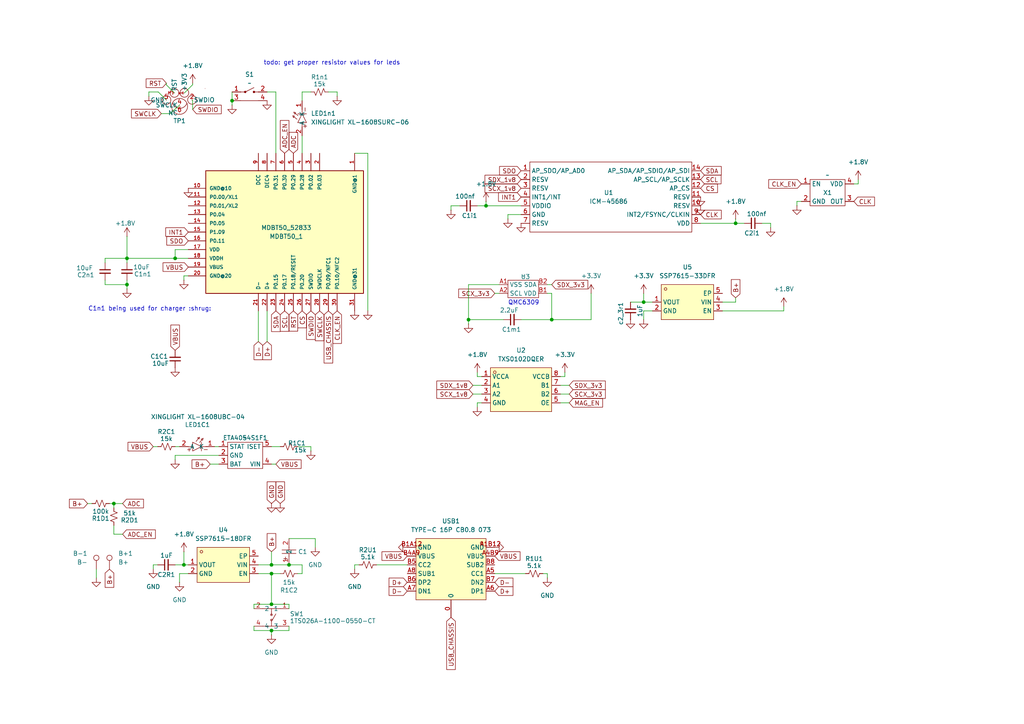
<source format=kicad_sch>
(kicad_sch (version 20231120) (generator "eeschema") (generator_version "8.0")
  (paper "A4")
  (title_block (title "MP.S.5.0") (date "2025-06-07") (rev "0") (company "Macroplastics"))
  (lib_symbols
    (symbol "Battery_management_custom_2:ETA4054S2F"
      (property "Reference" "U" (at 0 12.7 0))
      (symbol "ETA4054S2F_0_1"
        (rectangle (start -5.08 3.81) (end 5.08 -3.81))
      )
      (symbol "ETA4054S2F_1_1"
        (pin input line (at -7.62 2.54 0) (length 2.54) (name "STAT") (number "1"))
        (pin input line (at -7.62 0 0) (length 2.54) (name "GND") (number "2"))
        (pin input line (at -7.62 -2.54 0) (length 2.54) (name "BAT") (number "3"))
        (pin input line (at 7.62 -2.54 180) (length 2.54) (name "VIN") (number "4"))
        (pin input line (at 7.62 2.54 180) (length 2.54) (name "ISET") (number "5"))
      )
    )
    (symbol "Connector:TestPoint" (pin_numbers hide) (pin_names (offset 0.762) hide)
      (property "Reference" "TP" (at 0 6.858 0))
      (property "Value" "TestPoint" (at 0 5.08 0))
      (symbol "TestPoint_0_1"
        (circle (center 0 3.302) (radius 0.762))
      )
      (symbol "TestPoint_1_1"
        (pin passive line (at 0 0 90) (length 2.54) (name "1") (number "1"))
      )
    )
    (symbol "Device:C_Small" (pin_numbers hide) (pin_names (offset 0.254) hide)
      (property "Reference" "C" (at 0.254 1.778 0))
      (property "Value" "C_Small" (at 0.254 -2.032 0))
      (symbol "C_Small_0_1"
        (polyline (pts (xy -1.524 -0.508) (xy 1.524 -0.508)) (stroke (width 0.3302)))
        (polyline (pts (xy -1.524 0.508) (xy 1.524 0.508)) (stroke (width 0.3048)))
      )
      (symbol "C_Small_1_1"
        (pin passive line (at 0 2.54 270) (length 2.032) (name "~") (number "1"))
        (pin passive line (at 0 -2.54 90) (length 2.032) (name "~") (number "2"))
      )
    )
    (symbol "Device:R_Small_US" (pin_numbers hide) (pin_names (offset 0.254) hide)
      (property "Reference" "R" (at 0.762 0.508 0))
      (property "Value" "R_Small_US" (at 0.762 -1.016 0))
      (symbol "R_Small_US_1_1"
        (polyline (pts (xy 0 0) (xy 1.016 -0.381) (xy 0 -0.762) (xy -1.016 -1.143) (xy 0 -1.524)))
        (polyline (pts (xy 0 1.524) (xy 1.016 1.143) (xy 0 0.762) (xy -1.016 0.381) (xy 0 0)))
        (pin passive line (at 0 2.54 270) (length 1.016) (name "~") (number "1"))
        (pin passive line (at 0 -2.54 90) (length 1.016) (name "~") (number "2"))
      )
    )
    (symbol "LED_custom2:XINGLIGHT_XL-1608UBC-04"
      (property "Reference" "BAR" (at 0 4.572 0))
      (symbol "XINGLIGHT_XL-1608UBC-04_0_1"
        (polyline (pts (xy -2.54 0) (xy -1.27 0)))
        (polyline (pts (xy 2.54 0) (xy 1.27 0)))
        (polyline (pts (xy 1.27 1.27) (xy 1.27 -1.27) (xy 1.27 0)))
        (polyline (pts (xy -1.27 1.27) (xy -1.27 -1.27) (xy 1.27 0) (xy -1.27 1.27)))
        (polyline (pts (xy -0.2872 1.495) (xy 0.4103 2.3795) (xy 0.1487 2.529) (xy 0.7342 2.7283) (xy 0.647 2.23) (xy 0.3979 2.392)))
        (polyline (pts (xy 0.7467 1.1835) (xy 1.3945 1.9684) (xy 1.1827 2.1303) (xy 1.7807 2.4418) (xy 1.6188 1.8562) (xy 1.4195 1.9808)))
      )
      (symbol "XINGLIGHT_XL-1608UBC-04_1_1"
        (text "+\n" (at -2.286 -0.762 0) (effects (font (size 1.27 1.27))))
        (text "-" (at 2.54 -0.762 0) (effects (font (size 1.27 1.27))))
        (pin input line (at 5.08 0 180) (length 2.54) (name "K") (number "1"))
        (pin input line (at -5.08 0 0) (length 2.54) (name "A") (number "2"))
      )
    )
    (symbol "MDBT50_52833:MDBT50_52833" (pin_names (offset 1.016))
      (property "Reference" "MDBT50_52833" (at -17.78 24.13 0))
      (property "Value" "MDBT50_52833" (at 15.24 -25.4 0))
      (symbol "MDBT50_52833_0_0"
        (rectangle (start -17.78 -22.86) (end 17.78 22.86) (stroke (width 0.254)) (fill (type background)))
        (pin bidirectional line (at -22.86 20.32 0) (length 5.08) (name "GND@1") (number "1"))
        (pin bidirectional line (at -12.7 -27.94 90) (length 5.08) (name "GND@10") (number "10"))
        (pin bidirectional line (at -10.16 -27.94 90) (length 5.08) (name "P0.00/XL1") (number "11"))
        (pin bidirectional line (at -7.62 -27.94 90) (length 5.08) (name "P0.01/XL2") (number "12"))
        (pin bidirectional line (at -5.08 -27.94 90) (length 5.08) (name "P0.04") (number "13"))
        (pin bidirectional line (at -2.54 -27.94 90) (length 5.08) (name "P0.05") (number "14"))
        (pin bidirectional line (at 0 -27.94 90) (length 5.08) (name "P1.09") (number "15"))
        (pin bidirectional line (at 2.54 -27.94 90) (length 5.08) (name "P0.11") (number "16"))
        (pin bidirectional line (at 5.08 -27.94 90) (length 5.08) (name "VDD") (number "17"))
        (pin bidirectional line (at 7.62 -27.94 90) (length 5.08) (name "VDDH") (number "18"))
        (pin bidirectional line (at 10.16 -27.94 90) (length 5.08) (name "VBUS") (number "19"))
        (pin bidirectional line (at -22.86 10.16 0) (length 5.08) (name "P0.03") (number "2"))
        (pin bidirectional line (at 12.7 -27.94 90) (length 5.08) (name "GND@20") (number "20"))
        (pin bidirectional line (at 22.86 -7.62 180) (length 5.08) (name "D-") (number "21"))
        (pin bidirectional line (at 22.86 -5.08 180) (length 5.08) (name "D+") (number "22"))
        (pin bidirectional line (at 22.86 -2.54 180) (length 5.08) (name "P0.15") (number "23"))
        (pin bidirectional line (at 22.86 0 180) (length 5.08) (name "P0.17") (number "24"))
        (pin bidirectional line (at 22.86 2.54 180) (length 5.08) (name "P0.18/RESET") (number "25"))
        (pin bidirectional line (at 22.86 5.08 180) (length 5.08) (name "P0.20") (number "26"))
        (pin bidirectional line (at 22.86 7.62 180) (length 5.08) (name "SWDIO") (number "27"))
        (pin bidirectional line (at 22.86 10.16 180) (length 5.08) (name "SWDCLK") (number "28"))
        (pin bidirectional line (at 22.86 12.7 180) (length 5.08) (name "P0.09/NFC1") (number "29"))
        (pin bidirectional line (at -22.86 7.62 0) (length 5.08) (name "P0.02") (number "3"))
        (pin bidirectional line (at 22.86 15.24 180) (length 5.08) (name "P0.10/NFC2") (number "30"))
        (pin bidirectional line (at 22.86 20.32 180) (length 5.08) (name "GND@31") (number "31"))
        (pin bidirectional line (at -22.86 5.08 0) (length 5.08) (name "P0.28") (number "4"))
        (pin bidirectional line (at -22.86 2.54 0) (length 5.08) (name "P0.29") (number "5"))
        (pin bidirectional line (at -22.86 0 0) (length 5.08) (name "P0.30") (number "6"))
        (pin bidirectional line (at -22.86 -2.54 0) (length 5.08) (name "P0.31") (number "7"))
        (pin bidirectional line (at -22.86 -5.08 0) (length 5.08) (name "DEC4") (number "8"))
        (pin bidirectional line (at -22.86 -7.62 0) (length 5.08) (name "DCC") (number "9"))
      )
    )
    (symbol "PawConnect:PawConnect-RevA"
      (property "Reference" "U" (at 0 -4.064 0))
      (symbol "PawConnect-RevA_0_1"
        (circle (center -3.7886 1.4783) (radius 1.27))
        (arc (start -2.0182 0.6015) (mid 0.0165 -0.944) (end 2.1126 0.5172))
        (circle (center -1.4796 3.5348) (radius 1.27))
        (circle (center 0.0219 -0.3763) (radius 2.3107))
        (circle (center 1.4045 3.5521) (radius 1.27))
        (circle (center 3.6301 1.5288) (radius 1.27))
        (arc (start 7.4104 4.8048) (mid 7.4104 4.8048) (end 7.4104 4.8048))
      )
      (symbol "PawConnect-RevA_1_1"
        (pin input line (at 1.4204 3.5293 90) (length 0) (name "+3V3") (number "1"))
        (pin input line (at 3.6291 1.4892 0) (length 0) (name "SWDIO") (number "2"))
        (pin input line (at -1.4796 3.5348 90) (length 0) (name "RST") (number "3"))
        (pin input line (at 0.0041 0.0054 180) (length 0) (name "SWCLK") (number "4"))
        (pin input line (at -3.8223 1.4614 180) (length 0) (name "GND") (number "5"))
        (pin input line (at 0.0041 -2.2707 180) (length 0) (name "NC") (number "6"))
      )
    )
    (symbol "button_custom:GT-TC020B-H035-L05"
      (property "Reference" "S" (at 0 0 0))
      (symbol "GT-TC020B-H035-L05_0_1"
        (polyline (pts (xy -2.54 -1.27) (xy 2.54 -1.27)))
        (polyline (pts (xy -2.54 1.27) (xy -2.54 1.27)))
        (polyline (pts (xy -2.54 1.27) (xy -1.27 1.27)))
        (polyline (pts (xy -1.27 1.27) (xy 1.27 2.54)))
        (polyline (pts (xy 2.54 1.27) (xy 1.27 1.27)))
      )
      (symbol "GT-TC020B-H035-L05_1_1"
        (circle (center -1.27 1.27) (radius 0.2563) (fill (type outline)))
        (circle (center 1.27 1.27) (radius 0.2563) (fill (type outline)))
        (pin bidirectional line (at -5.08 1.27 0) (length 2.54) (name "") (number "1"))
        (pin bidirectional line (at 5.08 1.27 180) (length 2.54) (name "") (number "2"))
        (pin passive line (at -5.08 -1.27 0) (length 2.54) (name "") (number "3"))
        (pin passive line (at 5.08 -1.27 180) (length 2.54) (name "") (number "4"))
      )
    )
    (symbol "easyeda2kicad:1TS026A-1100-0550-CT"
      (property "Reference" "SW" (at 0 7.62 0))
      (property "Value" "1TS026A-1100-0550-CT" (at 0 -7.62 0))
      (symbol "1TS026A-1100-0550-CT_0_1"
        (circle (center 0 -0.76) (radius 0.25))
        (polyline (pts (xy 0 -2.54) (xy 0 -0.76)))
        (polyline (pts (xy 0 1.52) (xy 0 0.76)))
        (polyline (pts (xy 0 2.54) (xy 0 1.52)))
        (polyline (pts (xy 1.27 1.02) (xy 0.25 -0.76)))
        (polyline (pts (xy 2.54 -2.54) (xy -2.54 -2.54)))
        (polyline (pts (xy 2.54 2.54) (xy -2.54 2.54)))
        (circle (center 0 0.76) (radius 0.25))
        (pin unspecified line (at 5.08 2.54 180) (length 2.54) (name "1") (number "1"))
        (pin unspecified line (at -5.08 2.54 0) (length 2.54) (name "2") (number "2"))
        (pin unspecified line (at 5.08 -2.54 180) (length 2.54) (name "3") (number "3"))
        (pin unspecified line (at -5.08 -2.54 0) (length 2.54) (name "4") (number "4"))
      )
    )
    (symbol "easyeda2kicad:SSP7615-18DFR"
      (property "Reference" "U" (at 0 7.62 0))
      (property "Value" "SSP7615-18DFR" (at 0 -7.62 0))
      (symbol "SSP7615-18DFR_0_1"
        (rectangle (start -7.62 5.08) (end 7.62 -5.08) (fill (type background)))
        (circle (center -6.35 3.81) (radius 0.38))
        (pin unspecified line (at -10.16 0 0) (length 2.54) (name "VOUT") (number "1"))
        (pin unspecified line (at -10.16 -2.54 0) (length 2.54) (name "GND") (number "2"))
        (pin unspecified line (at 10.16 -2.54 180) (length 2.54) (name "EN") (number "3"))
        (pin unspecified line (at 10.16 0 180) (length 2.54) (name "VIN") (number "4"))
        (pin unspecified line (at 10.16 2.54 180) (length 2.54) (name "EP") (number "5"))
      )
    )
    (symbol "easyeda2kicad:SSP7615-33DFR"
      (property "Reference" "U" (at 0 7.62 0))
      (property "Value" "SSP7615-33DFR" (at 0 -7.62 0))
      (symbol "SSP7615-33DFR_0_1"
        (rectangle (start -7.62 5.08) (end 7.62 -5.08) (fill (type background)))
        (circle (center -6.35 3.81) (radius 0.38))
        (pin unspecified line (at -10.16 0 0) (length 2.54) (name "VOUT") (number "1"))
        (pin unspecified line (at -10.16 -2.54 0) (length 2.54) (name "GND") (number "2"))
        (pin unspecified line (at 10.16 -2.54 180) (length 2.54) (name "EN") (number "3"))
        (pin unspecified line (at 10.16 0 180) (length 2.54) (name "VIN") (number "4"))
        (pin unspecified line (at 10.16 2.54 180) (length 2.54) (name "EP") (number "5"))
      )
    )
    (symbol "easyeda2kicad:TAJA105K016RNJ"
      (property "Reference" "C" (at 0 5.08 0))
      (property "Value" "TAJA105K016RNJ" (at 0 -5.08 0))
      (symbol "TAJA105K016RNJ_0_1"
        (polyline (pts (xy -2.54 1.02) (xy -1.52 1.02)))
        (polyline (pts (xy -2.03 1.52) (xy -2.03 0.51)))
        (polyline (pts (xy -1.27 0) (xy -0.51 0)))
        (polyline (pts (xy -0.51 2.03) (xy -0.51 -2.03)))
        (polyline (pts (xy 0.51 0) (xy 1.27 0)))
        (polyline (pts (xy 0.51 2.03) (xy 0.51 -2.03)))
        (pin input line (at -3.81 0 0) (length 2.54) (name "1") (number "1"))
        (pin input line (at 3.81 0 180) (length 2.54) (name "2") (number "2"))
      )
    )
    (symbol "easyeda2kicad:TXS0102DQER"
      (property "Reference" "U" (at 0 8.89 0))
      (property "Value" "TXS0102DQER" (at 0 -8.89 0))
      (symbol "TXS0102DQER_0_1"
        (rectangle (start -8.89 6.35) (end 8.89 -6.35) (fill (type background)))
        (circle (center -7.62 5.08) (radius 0.38))
        (pin unspecified line (at -11.43 3.81 0) (length 2.54) (name "VCCA") (number "1"))
        (pin unspecified line (at -11.43 1.27 0) (length 2.54) (name "A1") (number "2"))
        (pin unspecified line (at -11.43 -1.27 0) (length 2.54) (name "A2") (number "3"))
        (pin unspecified line (at -11.43 -3.81 0) (length 2.54) (name "GND") (number "4"))
        (pin unspecified line (at 11.43 -3.81 180) (length 2.54) (name "OE") (number "5"))
        (pin unspecified line (at 11.43 -1.27 180) (length 2.54) (name "B2") (number "6"))
        (pin unspecified line (at 11.43 1.27 180) (length 2.54) (name "B1") (number "7"))
        (pin unspecified line (at 11.43 3.81 180) (length 2.54) (name "VCCB") (number "8"))
      )
    )
    (symbol "easyeda2kicad:TYPE-C16PCB0.8073"
      (property "Reference" "USB" (at 0 11.43 0))
      (property "Value" "TYPE-C 16P CB0.8 073" (at 0 -19.05 0))
      (symbol "TYPE-C16PCB0.8073_0_1"
        (rectangle (start -10.16 8.89) (end 10.16 -8.89) (fill (type background)))
        (circle (center -8.89 7.62) (radius 0.38))
        (pin unspecified line (at 0 -13.97 90) (length 5.08) (name "0") (number "0"))
        (pin unspecified line (at -12.7 6.35 0) (length 2.54) (name "GND") (number "A1B12"))
        (pin unspecified line (at -12.7 3.81 0) (length 2.54) (name "VBUS") (number "A4B9"))
        (pin unspecified line (at -12.7 -1.27 0) (length 2.54) (name "CC1") (number "A5"))
        (pin unspecified line (at -12.7 -6.35 0) (length 2.54) (name "DP1") (number "A6"))
        (pin unspecified line (at 12.7 -6.35 180) (length 2.54) (name "DN1") (number "A7"))
        (pin unspecified line (at 12.7 -1.27 180) (length 2.54) (name "SUB1") (number "A8"))
        (pin unspecified line (at 12.7 6.35 180) (length 2.54) (name "GND") (number "B1A12"))
        (pin unspecified line (at 12.7 3.81 180) (length 2.54) (name "VBUS") (number "B4A9"))
        (pin unspecified line (at 12.7 1.27 180) (length 2.54) (name "CC2") (number "B5"))
        (pin unspecified line (at 12.7 -3.81 180) (length 2.54) (name "DP2") (number "B6"))
        (pin unspecified line (at -12.7 -3.81 0) (length 2.54) (name "DN2") (number "B7"))
        (pin unspecified line (at -12.7 1.27 0) (length 2.54) (name "SUB2") (number "B8"))
      )
    )
    (symbol "imu_custom:ICM-42688-P"
      (property "Reference" "U" (at 0 1.016 0))
      (property "Value" "ICM-42688-P" (at 0 -1.016 0))
      (symbol "ICM-42688-P_0_1"
        (rectangle (start -22.86 10.16) (end 24.13 -10.16))
      )
      (symbol "ICM-42688-P_1_1"
        (pin input line (at -25.4 7.62 0) (length 2.54) (name "AP_SDO/AP_AD0") (number "1"))
        (pin input line (at 26.67 -2.54 180) (length 2.54) (name "RESV") (number "10"))
        (pin input line (at 26.67 0 180) (length 2.54) (name "RESV") (number "11"))
        (pin input line (at 26.67 2.54 180) (length 2.54) (name "AP_CS") (number "12"))
        (pin input line (at 26.67 5.08 180) (length 2.54) (name "AP_SCL/AP_SCLK") (number "13"))
        (pin input line (at 26.67 7.62 180) (length 2.54) (name "AP_SDA/AP_SDIO/AP_SDI") (number "14"))
        (pin input line (at -25.4 5.08 0) (length 2.54) (name "RESV") (number "2"))
        (pin input line (at -25.4 2.54 0) (length 2.54) (name "RESV") (number "3"))
        (pin input line (at -25.4 0 0) (length 2.54) (name "INT1/INT") (number "4"))
        (pin input line (at -25.4 -2.54 0) (length 2.54) (name "VDDIO") (number "5"))
        (pin input line (at -25.4 -5.08 0) (length 2.54) (name "GND") (number "6"))
        (pin input line (at -25.4 -7.62 0) (length 2.54) (name "RESV") (number "7"))
        (pin input line (at 26.67 -7.62 180) (length 2.54) (name "VDD") (number "8"))
        (pin input line (at 26.67 -5.08 180) (length 2.54) (name "INT2/FSYNC/CLKIN") (number "9"))
      )
    )
    (symbol "mag_custom:QMC6309"
      (property "Reference" "U" (at 0 5.08 0))
      (symbol "QMC6309_0_1"
        (rectangle (start -5.08 3.81) (end 3.81 -1.27))
      )
      (symbol "QMC6309_1_1"
        (pin input line (at -7.62 2.54 0) (length 2.54) (name "VSS") (number "A1"))
        (pin input line (at -7.62 0 0) (length 2.54) (name "SCL") (number "A2"))
        (pin input line (at 6.35 0 180) (length 2.54) (name "VDD") (number "B1"))
        (pin input line (at 6.35 2.54 180) (length 2.54) (name "SDA") (number "B2"))
      )
    )
    (symbol "oscillator_custom:SX2M32.768KM20F30TNN"
      (property "Reference" "X" (at 0 0 0))
      (symbol "SX2M32.768KM20F30TNN_0_1"
        (rectangle (start -5.08 3.81) (end 5.08 -3.81))
      )
      (symbol "SX2M32.768KM20F30TNN_1_1"
        (pin input line (at -7.62 2.54 0) (length 2.54) (name "EN") (number "1"))
        (pin input line (at -7.62 -2.54 0) (length 2.54) (name "GND") (number "2"))
        (pin input line (at 7.62 -2.54 180) (length 2.54) (name "OUT") (number "3"))
        (pin input line (at 7.62 2.54 180) (length 2.54) (name "VDD") (number "4"))
      )
    )
    (symbol "power:+3.3V" (power) (pin_numbers hide) (pin_names (offset 0) hide)
      (property "Value" "+3.3V" (at 0 3.556 0))
      (symbol "+3.3V_0_1"
        (polyline (pts (xy -0.762 1.27) (xy 0 2.54)))
        (polyline (pts (xy 0 0) (xy 0 2.54)))
        (polyline (pts (xy 0 2.54) (xy 0.762 1.27)))
      )
      (symbol "+3.3V_1_1"
        (pin power_in line (at 0 0 90) (length 0) (name "~") (number "1"))
      )
    )
    (symbol "power:GND" (power) (pin_numbers hide) (pin_names (offset 0) hide)
      (property "Value" "GND" (at 0 -3.81 0))
      (symbol "GND_0_1"
        (polyline (pts (xy 0 0) (xy 0 -1.27) (xy 1.27 -1.27) (xy 0 -2.54) (xy -1.27 -1.27) (xy 0 -1.27)))
      )
      (symbol "GND_1_1"
        (pin power_in line (at 0 0 270) (length 0) (name "~") (number "1"))
      )
    )
  )
  (junction (at 78.74 175.26))
  (junction (at 78.74 182.88))
  (junction (at 160.02 92.71))
  (junction (at 83.82 163.83))
  (junction (at 135.89 92.71))
  (junction (at 53.34 163.83))
  (junction (at 50.8 74.93))
  (junction (at 78.74 166.37))
  (junction (at 36.83 82.55))
  (junction (at 36.83 74.93))
  (junction (at 186.69 87.63))
  (junction (at 140.97 59.69))
  (junction (at 78.74 163.83))
  (junction (at 213.36 64.77))
  (junction (at 33.02 146.05))
  (junction (at 67.31 29.21))
  (wire (pts (xy 83.82 156.21) (xy 91.44 156.21)))
  (wire (pts (xy 182.88 87.63) (xy 186.69 87.63)))
  (wire (pts (xy 138.43 109.22) (xy 139.7 109.22)))
  (wire (pts (xy 78.74 134.62) (xy 80.01 134.62)))
  (wire (pts (xy 87.63 26.67) (xy 87.63 29.21)))
  (wire (pts (xy 73.66 181.61) (xy 73.66 182.88)))
  (wire (pts (xy 78.74 182.88) (xy 83.82 182.88)))
  (wire (pts (xy 78.74 163.83) (xy 83.82 163.83)))
  (wire (pts (xy 78.74 129.54) (xy 81.28 129.54)))
  (wire (pts (xy 162.56 109.22) (xy 163.83 109.22)))
  (wire (pts (xy 55.88 24.13) (xy 55.88 24.5611)))
  (wire (pts (xy 74.93 163.83) (xy 78.74 163.83)))
  (wire (pts (xy 86.36 166.37) (xy 87.63 166.37)))
  (wire (pts (xy 163.83 107.95) (xy 163.83 109.22)))
  (wire (pts (xy 147.32 62.23) (xy 151.13 62.23)))
  (wire (pts (xy 83.82 175.26) (xy 83.82 176.53)))
  (wire (pts (xy 213.36 86.36) (xy 213.36 87.63)))
  (wire (pts (xy 73.66 175.26) (xy 73.66 176.53)))
  (wire (pts (xy 73.66 175.26) (xy 78.74 175.26)))
  (wire (pts (xy 91.44 156.21) (xy 91.44 158.75)))
  (wire (pts (xy 160.02 85.09) (xy 160.02 92.71)))
  (wire (pts (xy 147.32 62.23) (xy 147.32 63.5)))
  (wire (pts (xy 83.82 163.83) (xy 87.63 163.83)))
  (wire (pts (xy 62.23 129.54) (xy 63.5 129.54)))
  (wire (pts (xy 74.93 90.17) (xy 74.93 99.06)))
  (wire (pts (xy 223.52 64.77) (xy 220.98 64.77)))
  (wire (pts (xy 50.8 163.83) (xy 53.34 163.83)))
  (wire (pts (xy 50.8 72.39) (xy 54.61 72.39)))
  (wire (pts (xy 106.68 90.17) (xy 106.68 44.45)))
  (wire (pts (xy 52.07 166.37) (xy 52.07 168.91)))
  (wire (pts (xy 87.63 163.83) (xy 87.63 166.37)))
  (wire (pts (xy 227.33 88.9) (xy 227.33 90.17)))
  (wire (pts (xy 130.81 59.69) (xy 133.35 59.69)))
  (wire (pts (xy 87.63 26.67) (xy 90.17 26.67)))
  (wire (pts (xy 78.74 175.26) (xy 83.82 175.26)))
  (wire (pts (xy 36.83 82.55) (xy 36.83 81.28)))
  (wire (pts (xy 140.97 58.42) (xy 140.97 59.69)))
  (wire (pts (xy 27.94 167.64) (xy 27.94 165.1)))
  (wire (pts (xy 43.18 26.67) (xy 43.18 27.94)))
  (wire (pts (xy 31.75 146.05) (xy 33.02 146.05)))
  (wire (pts (xy 53.34 160.02) (xy 53.34 163.83)))
  (wire (pts (xy 213.36 63.5) (xy 213.36 64.77)))
  (wire (pts (xy 50.8 129.54) (xy 52.07 129.54)))
  (wire (pts (xy 36.83 76.2) (xy 36.83 74.93)))
  (wire (pts (xy 231.14 58.42) (xy 232.41 58.42)))
  (wire (pts (xy 55.88 24.5611) (xy 53.4904 26.9507)))
  (wire (pts (xy 60.96 134.62) (xy 63.5 134.62)))
  (wire (pts (xy 80.01 26.67) (xy 80.01 44.45)))
  (wire (pts (xy 36.83 74.93) (xy 50.8 74.93)))
  (wire (pts (xy 165.1 111.76) (xy 162.56 111.76)))
  (wire (pts (xy 77.47 90.17) (xy 77.47 99.06)))
  (wire (pts (xy 78.74 160.02) (xy 78.74 163.83)))
  (wire (pts (xy 138.43 107.95) (xy 138.43 109.22)))
  (wire (pts (xy 90.17 129.54) (xy 90.17 130.81)))
  (wire (pts (xy 53.34 80.01) (xy 53.34 81.28)))
  (wire (pts (xy 223.52 64.77) (xy 223.52 66.04)))
  (wire (pts (xy 44.45 163.83) (xy 45.72 163.83)))
  (wire (pts (xy 48.26 24.6148) (xy 50.5904 26.9452)))
  (wire (pts (xy 248.92 52.07) (xy 248.92 53.34)))
  (wire (pts (xy 36.83 83.82) (xy 36.83 82.55)))
  (wire (pts (xy 102.87 163.83) (xy 104.14 163.83)))
  (wire (pts (xy 55.88 31.75) (xy 55.88 29.1717)))
  (wire (pts (xy 46.7874 32.9506) (xy 49.3261 32.9506)))
  (wire (pts (xy 53.34 80.01) (xy 54.61 80.01)))
  (wire (pts (xy 137.16 111.76) (xy 139.7 111.76)))
  (wire (pts (xy 135.89 92.71) (xy 135.89 93.98)))
  (wire (pts (xy 97.79 26.67) (xy 97.79 27.94)))
  (wire (pts (xy 33.02 146.05) (xy 33.02 147.32)))
  (wire (pts (xy 137.16 114.3) (xy 139.7 114.3)))
  (wire (pts (xy 36.83 68.58) (xy 36.83 74.93)))
  (wire (pts (xy 50.8 132.08) (xy 63.5 132.08)))
  (wire (pts (xy 33.02 146.05) (xy 35.56 146.05)))
  (wire (pts (xy 95.25 26.67) (xy 97.79 26.67)))
  (wire (pts (xy 138.43 59.69) (xy 140.97 59.69)))
  (wire (pts (xy 209.55 90.17) (xy 227.33 90.17)))
  (wire (pts (xy 53.34 163.83) (xy 54.61 163.83)))
  (wire (pts (xy 158.75 166.37) (xy 158.75 167.64)))
  (wire (pts (xy 30.48 82.55) (xy 36.83 82.55)))
  (wire (pts (xy 78.74 182.88) (xy 78.74 184.15)))
  (wire (pts (xy 186.69 90.17) (xy 189.23 90.17)))
  (wire (pts (xy 49.3261 32.9506) (xy 52.0741 30.4746)))
  (wire (pts (xy 25.4 146.05) (xy 26.67 146.05)))
  (wire (pts (xy 143.51 85.09) (xy 144.78 85.09)))
  (wire (pts (xy 209.55 87.63) (xy 213.36 87.63)))
  (wire (pts (xy 231.14 58.42) (xy 231.14 59.69)))
  (wire (pts (xy 67.31 26.67) (xy 67.31 29.21)))
  (wire (pts (xy 247.65 53.34) (xy 248.92 53.34)))
  (wire (pts (xy 86.36 129.54) (xy 90.17 129.54)))
  (wire (pts (xy 45.72 129.54) (xy 44.45 129.54)))
  (wire (pts (xy 30.48 74.93) (xy 36.83 74.93)))
  (wire (pts (xy 106.68 44.45) (xy 102.87 44.45)))
  (wire (pts (xy 50.8 72.39) (xy 50.8 74.93)))
  (wire (pts (xy 157.48 166.37) (xy 158.75 166.37)))
  (wire (pts (xy 45.8991 26.67) (xy 48.2477 29.0186)))
  (wire (pts (xy 102.87 163.83) (xy 102.87 165.1)))
  (wire (pts (xy 50.8 132.08) (xy 50.8 133.35)))
  (wire (pts (xy 87.63 39.37) (xy 87.63 44.45)))
  (wire (pts (xy 109.22 163.83) (xy 118.11 163.83)))
  (wire (pts (xy 33.02 152.4) (xy 33.02 154.94)))
  (wire (pts (xy 171.45 85.09) (xy 171.45 92.71)))
  (wire (pts (xy 81.28 166.37) (xy 78.74 166.37)))
  (wire (pts (xy 143.51 166.37) (xy 152.4 166.37)))
  (wire (pts (xy 138.43 116.84) (xy 138.43 118.11)))
  (wire (pts (xy 186.69 87.63) (xy 189.23 87.63)))
  (wire (pts (xy 50.8 74.93) (xy 54.61 74.93)))
  (wire (pts (xy 130.81 59.69) (xy 130.81 60.96)))
  (wire (pts (xy 78.74 166.37) (xy 78.74 175.26)))
  (wire (pts (xy 186.69 90.17) (xy 186.69 92.71)))
  (wire (pts (xy 73.66 182.88) (xy 78.74 182.88)))
  (wire (pts (xy 52.07 166.37) (xy 54.61 166.37)))
  (wire (pts (xy 160.02 92.71) (xy 171.45 92.71)))
  (wire (pts (xy 160.02 85.09) (xy 158.75 85.09)))
  (wire (pts (xy 135.89 82.55) (xy 135.89 92.71)))
  (wire (pts (xy 67.31 29.21) (xy 67.31 30.48)))
  (wire (pts (xy 213.36 64.77) (xy 203.2 64.77)))
  (wire (pts (xy 140.97 59.69) (xy 151.13 59.69)))
  (wire (pts (xy 165.1 116.84) (xy 162.56 116.84)))
  (wire (pts (xy 186.69 85.09) (xy 186.69 87.63)))
  (wire (pts (xy 160.02 82.55) (xy 158.75 82.55)))
  (wire (pts (xy 135.89 92.71) (xy 146.05 92.71)))
  (wire (pts (xy 30.48 74.93) (xy 30.48 76.2)))
  (wire (pts (xy 30.48 82.55) (xy 30.48 81.28)))
  (wire (pts (xy 33.02 154.94) (xy 35.56 154.94)))
  (wire (pts (xy 55.88 29.1717) (xy 55.6991 28.9908)))
  (wire (pts (xy 83.82 181.61) (xy 83.82 182.88)))
  (wire (pts (xy 151.13 92.71) (xy 160.02 92.71)))
  (wire (pts (xy 77.47 26.67) (xy 80.01 26.67)))
  (wire (pts (xy 44.45 163.83) (xy 44.45 165.1)))
  (wire (pts (xy 138.43 116.84) (xy 139.7 116.84)))
  (wire (pts (xy 135.89 82.55) (xy 144.78 82.55)))
  (wire (pts (xy 78.74 166.37) (xy 74.93 166.37)))
  (wire (pts (xy 215.9 64.77) (xy 213.36 64.77)))
  (wire (pts (xy 48.26 24.13) (xy 48.26 24.6148)))
  (wire (pts (xy 43.18 26.67) (xy 45.8991 26.67)))
  (wire (pts (xy 165.1 114.3) (xy 162.56 114.3)))
  (text "todo: get proper resistor values for leds" (at 96.266 18.288 0) (effects (font (size 1.27 1.27))))
  (text "QMC6309\n" (at 151.892 87.884 0) (effects (font (size 1.27 1.27))))
  (text "C1n1 being used for charger :shrug:" (at 43.434 89.662 0) (effects (font (size 1.27 1.27))))
  (global_label "VBUS" (shape input) (at 80.01 134.62 0) (property "Intersheetrefs" "${INTERSHEET_REFS}" (effects (hide yes))))
  (global_label "CS" (shape input) (at 87.63 90.17 270) (property "Intersheetrefs" "${INTERSHEET_REFS}" (effects (hide yes))))
  (global_label "SDX_1v8" (shape input) (at 151.13 52.07 180) (property "Intersheetrefs" "${INTERSHEET_REFS}" (effects (hide yes))))
  (global_label "ADC_EN" (shape input) (at 82.55 44.45 90) (property "Intersheetrefs" "${INTERSHEET_REFS}" (effects (hide yes))))
  (global_label "RST" (shape input) (at 48.26 24.13 180) (property "Intersheetrefs" "${INTERSHEET_REFS}" (effects (hide yes))))
  (global_label "SWDIO" (shape input) (at 90.17 90.17 270) (property "Intersheetrefs" "${INTERSHEET_REFS}" (effects (hide yes))))
  (global_label "CLK" (shape input) (at 247.65 58.42 0) (property "Intersheetrefs" "${INTERSHEET_REFS}" (effects (hide yes))))
  (global_label "SDX_3v3" (shape input) (at 165.1 111.76 0) (property "Intersheetrefs" "${INTERSHEET_REFS}" (effects (hide yes))))
  (global_label "B+" (shape input) (at 78.74 160.02 90) (property "Intersheetrefs" "${INTERSHEET_REFS}" (effects (hide yes))))
  (global_label "ADC" (shape input) (at 35.56 146.05 0) (property "Intersheetrefs" "${INTERSHEET_REFS}" (effects (hide yes))))
  (global_label "CLK" (shape input) (at 203.2 62.23 0) (property "Intersheetrefs" "${INTERSHEET_REFS}" (effects (hide yes))))
  (global_label "SCX_1v8" (shape input) (at 137.16 114.3 180) (property "Intersheetrefs" "${INTERSHEET_REFS}" (effects (hide yes))))
  (global_label "SCL" (shape input) (at 82.55 90.17 270) (property "Intersheetrefs" "${INTERSHEET_REFS}" (effects (hide yes))))
  (global_label "USB_CHASSIS" (shape input) (at 95.25 90.17 270) (property "Intersheetrefs" "${INTERSHEET_REFS}" (effects (hide yes))))
  (global_label "CLK_EN" (shape input) (at 232.41 53.34 180) (property "Intersheetrefs" "${INTERSHEET_REFS}" (effects (hide yes))))
  (global_label "B+" (shape input) (at 60.96 134.62 180) (property "Intersheetrefs" "${INTERSHEET_REFS}" (effects (hide yes))))
  (global_label "B+" (shape input) (at 213.36 86.36 90) (property "Intersheetrefs" "${INTERSHEET_REFS}" (effects (hide yes))))
  (global_label "SDX_1v8" (shape input) (at 137.16 111.76 180) (property "Intersheetrefs" "${INTERSHEET_REFS}" (effects (hide yes))))
  (global_label "SDX_3v3" (shape input) (at 160.02 82.55 0) (property "Intersheetrefs" "${INTERSHEET_REFS}" (effects (hide yes))))
  (global_label "SCX_3v3" (shape input) (at 143.51 85.09 180) (property "Intersheetrefs" "${INTERSHEET_REFS}" (effects (hide yes))))
  (global_label "CLK_EN" (shape input) (at 97.79 90.17 270) (property "Intersheetrefs" "${INTERSHEET_REFS}" (effects (hide yes))))
  (global_label "SDA" (shape input) (at 80.01 90.17 270) (property "Intersheetrefs" "${INTERSHEET_REFS}" (effects (hide yes))))
  (global_label "ADC_EN" (shape input) (at 35.56 154.94 0) (property "Intersheetrefs" "${INTERSHEET_REFS}" (effects (hide yes))))
  (global_label "CS" (shape input) (at 203.2 54.61 0) (property "Intersheetrefs" "${INTERSHEET_REFS}" (effects (hide yes))))
  (global_label "USB_CHASSIS" (shape input) (at 130.81 179.07 270) (property "Intersheetrefs" "${INTERSHEET_REFS}" (effects (hide yes))))
  (global_label "SWCLK" (shape input) (at 92.71 90.17 270) (property "Intersheetrefs" "${INTERSHEET_REFS}" (effects (hide yes))))
  (global_label "INT1" (shape input) (at 151.13 57.15 180) (property "Intersheetrefs" "${INTERSHEET_REFS}" (effects (hide yes))))
  (global_label "VBUS" (shape input) (at 54.61 77.47 180) (property "Intersheetrefs" "${INTERSHEET_REFS}" (effects (hide yes))))
  (global_label "SDO" (shape input) (at 54.61 69.85 180) (property "Intersheetrefs" "${INTERSHEET_REFS}" (effects (hide yes))))
  (global_label "SCL" (shape input) (at 203.2 52.07 0) (property "Intersheetrefs" "${INTERSHEET_REFS}" (effects (hide yes))))
  (global_label "SWDIO" (shape input) (at 55.88 31.75 0) (property "Intersheetrefs" "${INTERSHEET_REFS}" (effects (hide yes))))
  (global_label "INT1" (shape input) (at 54.61 67.31 180) (property "Intersheetrefs" "${INTERSHEET_REFS}" (effects (hide yes))))
  (global_label "SDA" (shape input) (at 203.2 49.53 0) (property "Intersheetrefs" "${INTERSHEET_REFS}" (effects (hide yes))))
  (global_label "GND" (shape input) (at 81.28 146.05 90) (property "Intersheetrefs" "${INTERSHEET_REFS}" (effects (hide yes))))
  (global_label "ADC" (shape input) (at 85.09 44.45 90) (property "Intersheetrefs" "${INTERSHEET_REFS}" (effects (hide yes))))
  (global_label "SDO" (shape input) (at 151.13 49.53 180) (property "Intersheetrefs" "${INTERSHEET_REFS}" (effects (hide yes))))
  (global_label "B+" (shape input) (at 31.75 165.1 270) (property "Intersheetrefs" "${INTERSHEET_REFS}" (effects (hide yes))))
  (global_label "D+" (shape input) (at 77.47 99.06 270) (property "Intersheetrefs" "${INTERSHEET_REFS}" (effects (hide yes))))
  (global_label "D-" (shape input) (at 118.11 171.45 180) (property "Intersheetrefs" "${INTERSHEET_REFS}" (effects (hide yes))))
  (global_label "B+" (shape input) (at 25.4 146.05 180) (property "Intersheetrefs" "${INTERSHEET_REFS}" (effects (hide yes))))
  (global_label "VBUS" (shape input) (at 44.45 129.54 180) (property "Intersheetrefs" "${INTERSHEET_REFS}" (effects (hide yes))))
  (global_label "VBUS" (shape input) (at 143.51 161.29 0) (property "Intersheetrefs" "${INTERSHEET_REFS}" (effects (hide yes))))
  (global_label "D+" (shape input) (at 143.51 171.45 0) (property "Intersheetrefs" "${INTERSHEET_REFS}" (effects (hide yes))))
  (global_label "GND" (shape input) (at 78.74 146.05 90) (property "Intersheetrefs" "${INTERSHEET_REFS}" (effects (hide yes))))
  (global_label "VBUS" (shape input) (at 50.8 101.6 90) (property "Intersheetrefs" "${INTERSHEET_REFS}" (effects (hide yes))))
  (global_label "D-" (shape input) (at 143.51 168.91 0) (property "Intersheetrefs" "${INTERSHEET_REFS}" (effects (hide yes))))
  (global_label "MAG_EN" (shape input) (at 165.1 116.84 0) (property "Intersheetrefs" "${INTERSHEET_REFS}" (effects (hide yes))))
  (global_label "SWCLK" (shape input) (at 46.7874 32.9506 180) (property "Intersheetrefs" "${INTERSHEET_REFS}" (effects (hide yes))))
  (global_label "RST" (shape input) (at 85.09 90.17 270) (property "Intersheetrefs" "${INTERSHEET_REFS}" (effects (hide yes))))
  (global_label "SCX_3v3" (shape input) (at 165.1 114.3 0) (property "Intersheetrefs" "${INTERSHEET_REFS}" (effects (hide yes))))
  (global_label "SCX_1v8" (shape input) (at 151.13 54.61 180) (property "Intersheetrefs" "${INTERSHEET_REFS}" (effects (hide yes))))
  (global_label "D+" (shape input) (at 118.11 168.91 180) (property "Intersheetrefs" "${INTERSHEET_REFS}" (effects (hide yes))))
  (global_label "VBUS" (shape input) (at 118.11 161.29 180) (property "Intersheetrefs" "${INTERSHEET_REFS}" (effects (hide yes))))
  (global_label "D-" (shape input) (at 74.93 99.06 270) (property "Intersheetrefs" "${INTERSHEET_REFS}" (effects (hide yes))))
  (symbol (lib_id "power:GND") (at 135.89 93.98 0) (mirror y) (unit 1)
    (property "Reference" "#PWR015" (effects (hide yes)))
    (property "Value" "GND" (effects (hide yes)))
    (property "Description" "Power symbol creates a global label with name \"GND\" , ground" (effects (hide yes)))
  )
  (symbol (lib_id "Device:R_Small_US") (at 33.02 149.86 180) (unit 1)
    (property "Reference" "R2D1" (at 37.592 150.876 0))
    (property "Value" "51k" (at 37.592 148.844 0))
    (property "Footprint" "passive_custom:R_0402_JLC" (effects (hide yes)))
    (property "Description" "Resistor, small US symbol" (effects (hide yes)))
  )
  (symbol (lib_id "power:GND") (at 106.68 90.17 0) (unit 1)
    (property "Reference" "#PWR08" (effects (hide yes)))
    (property "Value" "GND" (effects (hide yes)))
    (property "Description" "Power symbol creates a global label with name \"GND\" , ground" (effects (hide yes)))
  )
  (symbol (lib_id "Connector:TestPoint") (at 27.94 165.1 0) (mirror y) (unit 1)
    (property "Reference" "B-1" (at 25.4 160.5279 0) (effects (justify left)))
    (property "Value" "B-" (at 25.4 163.0679 0) (effects (justify left)))
    (property "Footprint" "justPads_custom:2_3-1.5_2.5_1_1" (effects (hide yes)))
    (property "Description" "test point" (effects (hide yes)))
  )
  (symbol (lib_id "power:GND") (at 67.31 30.48 0) (unit 1)
    (property "Reference" "#PWR014" (effects (hide yes)))
    (property "Value" "GND" (effects (hide yes)))
    (property "Description" "Power symbol creates a global label with name \"GND\" , ground" (effects (hide yes)))
  )
  (symbol (lib_id "power:GND") (at 186.69 92.71 0) (unit 1)
    (property "Reference" "#PWR038" (effects (hide yes)))
    (property "Value" "GND" (effects (hide yes)))
    (property "Description" "Power symbol creates a global label with name \"GND\" , ground" (effects (hide yes)))
  )
  (symbol (lib_id "power:GND") (at 223.52 66.04 0) (mirror y) (unit 1)
    (property "Reference" "#PWR021" (effects (hide yes)))
    (property "Value" "GND" (effects (hide yes)))
    (property "Description" "Power symbol creates a global label with name \"GND\" , ground" (effects (hide yes)))
  )
  (symbol (lib_id "Device:C_Small") (at 50.8 104.14 180) (unit 1)
    (property "Reference" "C1C1" (at 48.768 103.378 0) (effects (justify left)))
    (property "Value" "10uF" (at 49.022 105.41 0) (effects (justify left)))
    (property "Footprint" "passive_custom:C_0402_JLC" (effects (hide yes)))
    (property "Description" "Unpolarized capacitor, small symbol" (effects (hide yes)))
  )
  (symbol (lib_id "power:GND") (at 54.61 54.61 0) (unit 1)
    (property "Reference" "#PWR06" (effects (hide yes)))
    (property "Value" "GND" (effects (hide yes)))
    (property "Description" "Power symbol creates a global label with name \"GND\" , ground" (effects (hide yes)))
  )
  (symbol (lib_id "power:GND") (at 50.8 106.68 0) (unit 1)
    (property "Reference" "#PWR035" (effects (hide yes)))
    (property "Value" "GND" (effects (hide yes)))
    (property "Description" "Power symbol creates a global label with name \"GND\" , ground" (effects (hide yes)))
  )
  (symbol (lib_id "power:GND") (at 231.14 59.69 0) (mirror y) (unit 1)
    (property "Reference" "#PWR025" (effects (hide yes)))
    (property "Value" "GND" (effects (hide yes)))
    (property "Description" "Power symbol creates a global label with name \"GND\" , ground" (effects (hide yes)))
  )
  (symbol (lib_id "power:+3.3V") (at 186.69 85.09 0) (unit 1)
    (property "Reference" "#PWR036" (effects (hide yes)))
    (property "Value" "+3.3V" (at 186.69 80.01 0))
    (property "Description" "Power symbol creates a global label with name \"+3.3V\"" (effects (hide yes)))
  )
  (symbol (lib_id "power:GND") (at 102.87 165.1 0) (unit 1)
    (property "Reference" "#PWR01" (effects (hide yes)))
    (property "Value" "GND" (at 102.87 170.18 0))
    (property "Description" "Power symbol creates a global label with name \"GND\" , ground" (effects (hide yes)))
  )
  (symbol (lib_id "power:GND") (at 52.07 168.91 0) (unit 1)
    (property "Reference" "#PWR028" (effects (hide yes)))
    (property "Value" "GND" (at 52.07 173.99 0))
    (property "Description" "Power symbol creates a global label with name \"GND\" , ground" (effects (hide yes)))
  )
  (symbol (lib_id "LED_custom2:XINGLIGHT_XL-1608UBC-04") (at 57.15 129.54 0) (unit 1)
    (property "Reference" "LED1C1" (at 57.277 123.19 0))
    (property "Value" "XINGLIGHT XL-1608UBC-04" (at 57.404 120.904 0))
    (property "Footprint" "LED_custom:XINGLIGHT XL-1608UBC-04" (effects (hide yes)))
  )
  (symbol (lib_id "power:GND") (at 81.28 146.05 0) (mirror y) (unit 1)
    (property "Reference" "#PWR030" (effects (hide yes)))
    (property "Value" "GND" (effects (hide yes)))
    (property "Description" "Power symbol creates a global label with name \"GND\" , ground" (effects (hide yes)))
  )
  (symbol (lib_id "power:+3.3V") (at 55.88 24.13 0) (unit 1)
    (property "Reference" "#PWR017" (effects (hide yes)))
    (property "Value" "+1.8V" (at 55.88 19.05 0))
    (property "Description" "Power symbol creates a global label with name \"+3.3V\"" (effects (hide yes)))
  )
  (symbol (lib_id "Device:C_Small") (at 30.48 78.74 0) (unit 1)
    (property "Reference" "C2n1" (at 22.352 79.756 0) (effects (justify left)))
    (property "Value" "10uF" (at 22.098 77.724 0) (effects (justify left)))
    (property "Footprint" "passive_custom:C_0402_JLC" (effects (hide yes)))
    (property "Description" "Unpolarized capacitor, small symbol" (effects (hide yes)))
  )
  (symbol (lib_id "easyeda2kicad:SSP7615-18DFR") (at 64.77 163.83 0) (unit 1)
    (property "Reference" "U4" (at 64.77 153.67 0))
    (property "Value" "SSP7615-18DFR" (at 64.77 156.21 0))
    (property "Footprint" "easyeda2kicad:DFN-4_L1.0-W1.0-P0.65-BL-EP" (effects (hide yes)))
    (property "LCSC Part" "C3011520" (effects (hide yes)))
  )
  (symbol (lib_id "power:GND") (at 203.2 59.69 0) (mirror y) (unit 1)
    (property "Reference" "#PWR023" (effects (hide yes)))
    (property "Value" "GND" (effects (hide yes)))
    (property "Description" "Power symbol creates a global label with name \"GND\" , ground" (effects (hide yes)))
  )
  (symbol (lib_id "power:+3.3V") (at 138.43 107.95 0) (unit 1)
    (property "Reference" "#PWR046" (effects (hide yes)))
    (property "Value" "+1.8V" (at 138.43 102.87 0))
    (property "Description" "Power symbol creates a global label with name \"+3.3V\"" (effects (hide yes)))
  )
  (symbol (lib_id "power:+3.3V") (at 227.33 88.9 0) (mirror y) (unit 1)
    (property "Reference" "#PWR039" (effects (hide yes)))
    (property "Value" "+1.8V" (at 227.33 83.82 0))
    (property "Description" "Power symbol creates a global label with name \"+3.3V\"" (effects (hide yes)))
  )
  (symbol (lib_id "MDBT50_52833:MDBT50_52833") (at 82.55 67.31 270) (unit 1)
    (property "Reference" "MDBT50_1" (at 83.058 68.58 90))
    (property "Value" "MDBT50_52833" (at 83.058 66.04 90))
    (property "Footprint" "MDBT50 footprint:MDBT50" (effects (hide yes)))
  )
  (symbol (lib_id "power:GND") (at 203.2 57.15 0) (mirror y) (unit 1)
    (property "Reference" "#PWR024" (effects (hide yes)))
    (property "Value" "GND" (effects (hide yes)))
    (property "Description" "Power symbol creates a global label with name \"GND\" , ground" (effects (hide yes)))
  )
  (symbol (lib_id "power:GND") (at 50.8 133.35 0) (unit 1)
    (property "Reference" "#PWR03" (effects (hide yes)))
    (property "Value" "GND" (effects (hide yes)))
    (property "Description" "Power symbol creates a global label with name \"GND\" , ground" (effects (hide yes)))
  )
  (symbol (lib_id "Device:R_Small_US") (at 92.71 26.67 270) (mirror x) (unit 1)
    (property "Reference" "R1n1" (at 92.71 22.352 90))
    (property "Value" "15k" (at 92.71 24.384 90))
    (property "Footprint" "passive_custom:R_0402_JLC" (effects (hide yes)))
    (property "Description" "Resistor, small US symbol" (effects (hide yes)))
  )
  (symbol (lib_id "power:GND") (at 151.13 64.77 0) (mirror y) (unit 1)
    (property "Reference" "#PWR010" (effects (hide yes)))
    (property "Value" "GND" (effects (hide yes)))
    (property "Description" "Power symbol creates a global label with name \"GND\" , ground" (effects (hide yes)))
  )
  (symbol (lib_id "easyeda2kicad:TXS0102DQER") (at 151.13 113.03 0) (unit 1)
    (property "Reference" "U2" (at 151.13 101.6 0))
    (property "Value" "TXS0102DQER" (at 151.13 104.14 0))
    (property "Footprint" "Package_SON:X2SON-8_1.4x1mm_P0.35mm" (effects (hide yes)))
    (property "LCSC Part" "C2652935" (effects (hide yes)))
  )
  (symbol (lib_id "easyeda2kicad:1TS026A-1100-0550-CT") (at 78.74 179.07 0) (unit 1)
    (property "Reference" "SW1" (at 86.106 178.054 0))
    (property "Value" "1TS026A-1100-0550-CT" (at 96.52 180.086 0))
    (property "Footprint" "easyeda2kicad:SW-SMD_4P-L2.6-W1.6-P0.75-LS3.0" (effects (hide yes)))
    (property "LCSC Part" "C913779" (effects (hide yes)))
  )
  (symbol (lib_id "Battery_management_custom_2:ETA4054S2F") (at 71.12 132.08 0) (unit 1)
    (property "Reference" "ETA4054S1F1" (at 71.12 127 0))
    (property "Value" "~" (at 71.12 127 0))
    (property "Footprint" "battery_management_custom:ETA4054S2F" (effects (hide yes)))
  )
  (symbol (lib_id "power:+3.3V") (at 171.45 85.09 0) (unit 1)
    (property "Reference" "#PWR016" (effects (hide yes)))
    (property "Value" "+3.3V" (at 171.45 80.01 0))
    (property "Description" "Power symbol creates a global label with name \"+3.3V\"" (effects (hide yes)))
  )
  (symbol (lib_id "Device:R_Small_US") (at 83.82 129.54 90) (unit 1)
    (property "Reference" "R1C1" (at 86.106 128.524 90))
    (property "Value" "15k" (at 87.122 130.556 90))
    (property "Footprint" "passive_custom:R_0402_JLC" (effects (hide yes)))
    (property "Description" "Resistor, small US symbol" (effects (hide yes)))
  )
  (symbol (lib_id "Device:C_Small") (at 182.88 90.17 0) (mirror x) (unit 1)
    (property "Reference" "c2_3r1" (at 180.0279 87.5965 90) (effects (justify left)))
    (property "Value" "1uF" (at 185.6156 88.3149 90) (effects (justify left)))
    (property "Footprint" "passive_custom:C_0402_JLC" (effects (hide yes)))
    (property "Description" "Unpolarized capacitor, small symbol" (effects (hide yes)))
  )
  (symbol (lib_id "power:GND") (at 182.88 92.71 0) (unit 1)
    (property "Reference" "#PWR043" (effects (hide yes)))
    (property "Value" "GND" (effects (hide yes)))
    (property "Description" "Power symbol creates a global label with name \"GND\" , ground" (effects (hide yes)))
  )
  (symbol (lib_id "Device:C_Small") (at 48.26 163.83 90) (unit 1)
    (property "Reference" "C2R1" (at 50.8335 166.6821 90) (effects (justify left)))
    (property "Value" "1uF" (at 50.1151 161.0944 90) (effects (justify left)))
    (property "Footprint" "passive_custom:C_0402_JLC" (effects (hide yes)))
    (property "Description" "Unpolarized capacitor, small symbol" (effects (hide yes)))
  )
  (symbol (lib_id "power:GND") (at 43.18 27.94 0) (unit 1)
    (property "Reference" "#PWR09" (effects (hide yes)))
    (property "Value" "GND" (effects (hide yes)))
    (property "Description" "Power symbol creates a global label with name \"GND\" , ground" (effects (hide yes)))
  )
  (symbol (lib_id "power:GND") (at 44.45 165.1 0) (unit 1)
    (property "Reference" "#PWR032" (effects (hide yes)))
    (property "Value" "GND" (at 44.45 170.18 0))
    (property "Description" "Power symbol creates a global label with name \"GND\" , ground" (effects (hide yes)))
  )
  (symbol (lib_id "power:GND") (at 118.11 158.75 270) (unit 1)
    (property "Reference" "#PWR040" (effects (hide yes)))
    (property "Value" "GND" (effects (hide yes)))
    (property "Description" "Power symbol creates a global label with name \"GND\" , ground" (effects (hide yes)))
  )
  (symbol (lib_id "easyeda2kicad:SSP7615-33DFR") (at 199.39 87.63 0) (unit 1)
    (property "Reference" "U5" (at 199.39 77.47 0))
    (property "Value" "SSP7615-33DFR" (at 199.39 80.01 0))
    (property "Footprint" "easyeda2kicad:DFN-4_L1.0-W1.0-P0.65-BL-EP" (effects (hide yes)))
    (property "LCSC Part" "C3011523" (effects (hide yes)))
  )
  (symbol (lib_id "power:GND") (at 90.17 130.81 0) (unit 1)
    (property "Reference" "#PWR04" (effects (hide yes)))
    (property "Value" "GND" (effects (hide yes)))
    (property "Description" "Power symbol creates a global label with name \"GND\" , ground" (effects (hide yes)))
  )
  (symbol (lib_id "oscillator_custom:SX2M32.768KM20F30TNN") (at 240.03 55.88 0) (unit 1)
    (property "Reference" "X1" (at 240.03 55.88 0))
    (property "Value" "~" (at 240.03 50.8 0))
    (property "Footprint" "Crystal:Crystal_SMD_2520-4Pin_2.5x2.0mm" (effects (hide yes)))
  )
  (symbol (lib_id "imu_custom:ICM-42688-P") (at 176.53 57.15 0) (unit 1)
    (property "Reference" "U1" (at 176.53 55.88 0))
    (property "Value" "ICM-45686" (at 176.53 58.42 0))
    (property "Footprint" "imu_custom:ICM-42688-P" (effects (hide yes)))
  )
  (symbol (lib_id "power:GND") (at 36.83 83.82 0) (unit 1)
    (property "Reference" "#PWR012" (effects (hide yes)))
    (property "Value" "GND" (effects (hide yes)))
    (property "Description" "Power symbol creates a global label with name \"GND\" , ground" (effects (hide yes)))
  )
  (symbol (lib_id "power:GND") (at 138.43 118.11 0) (mirror y) (unit 1)
    (property "Reference" "#PWR044" (effects (hide yes)))
    (property "Value" "GND" (effects (hide yes)))
    (property "Description" "Power symbol creates a global label with name \"GND\" , ground" (effects (hide yes)))
  )
  (symbol (lib_id "power:GND") (at 102.87 90.17 0) (unit 1)
    (property "Reference" "#PWR07" (effects (hide yes)))
    (property "Value" "GND" (effects (hide yes)))
    (property "Description" "Power symbol creates a global label with name \"GND\" , ground" (effects (hide yes)))
  )
  (symbol (lib_id "easyeda2kicad:TYPE-C16PCB0.8073") (at 130.81 165.1 0) (mirror y) (unit 1)
    (property "Reference" "USB1" (at 130.81 151.13 0))
    (property "Value" "TYPE-C 16P CB0.8 073" (at 130.81 153.67 0))
    (property "Footprint" "easyeda2kicad:USB-C-SMD_TYPE-C-16P-CB0.8-073" (effects (hide yes)))
    (property "LCSC Part" "C2906289" (effects (hide yes)))
  )
  (symbol (lib_id "power:GND") (at 130.81 60.96 0) (mirror y) (unit 1)
    (property "Reference" "#PWR019" (effects (hide yes)))
    (property "Value" "GND" (effects (hide yes)))
    (property "Description" "Power symbol creates a global label with name \"GND\" , ground" (effects (hide yes)))
  )
  (symbol (lib_id "Device:R_Small_US") (at 154.94 166.37 90) (unit 1)
    (property "Reference" "R1U1" (at 154.94 162.052 90))
    (property "Value" "5.1k" (at 154.94 164.084 90))
    (property "Footprint" "passive_custom:R_0402_JLC" (effects (hide yes)))
    (property "Description" "Resistor, small US symbol" (effects (hide yes)))
  )
  (symbol (lib_id "power:GND") (at 97.79 27.94 0) (unit 1)
    (property "Reference" "#PWR031" (effects (hide yes)))
    (property "Value" "GND" (effects (hide yes)))
    (property "Description" "Power symbol creates a global label with name \"GND\" , ground" (effects (hide yes)))
  )
  (symbol (lib_id "power:GND") (at 147.32 63.5 0) (mirror y) (unit 1)
    (property "Reference" "#PWR020" (effects (hide yes)))
    (property "Value" "GND" (effects (hide yes)))
    (property "Description" "Power symbol creates a global label with name \"GND\" , ground" (effects (hide yes)))
  )
  (symbol (lib_id "power:GND") (at 27.94 167.64 0) (unit 1)
    (property "Reference" "#PWR027" (effects (hide yes)))
    (property "Value" "GND" (effects (hide yes)))
    (property "Description" "Power symbol creates a global label with name \"GND\" , ground" (effects (hide yes)))
  )
  (symbol (lib_id "power:GND") (at 78.74 184.15 0) (unit 1)
    (property "Reference" "#PWR033" (effects (hide yes)))
    (property "Value" "GND" (at 78.74 189.23 0))
    (property "Description" "Power symbol creates a global label with name \"GND\" , ground" (effects (hide yes)))
  )
  (symbol (lib_id "power:GND") (at 53.34 81.28 0) (unit 1)
    (property "Reference" "#PWR011" (effects (hide yes)))
    (property "Value" "GND" (effects (hide yes)))
    (property "Description" "Power symbol creates a global label with name \"GND\" , ground" (effects (hide yes)))
  )
  (symbol (lib_id "power:GND") (at 77.47 29.21 0) (unit 1)
    (property "Reference" "#PWR013" (effects (hide yes)))
    (property "Value" "GND" (effects (hide yes)))
    (property "Description" "Power symbol creates a global label with name \"GND\" , ground" (effects (hide yes)))
  )
  (symbol (lib_id "mag_custom:QMC6309") (at 152.4 85.09 0) (unit 1)
    (property "Reference" "U3" (at 152.4 80.264 0))
    (property "Value" "~" (at 151.765 80.01 0))
    (property "Footprint" "mag_custom:QMC6309" (effects (hide yes)))
  )
  (symbol (lib_id "power:+3.3V") (at 248.92 52.07 0) (unit 1)
    (property "Reference" "#PWR026" (effects (hide yes)))
    (property "Value" "+1.8V" (at 248.92 46.99 0))
    (property "Description" "Power symbol creates a global label with name \"+3.3V\"" (effects (hide yes)))
  )
  (symbol (lib_id "power:GND") (at 78.74 146.05 0) (mirror y) (unit 1)
    (property "Reference" "#PWR029" (effects (hide yes)))
    (property "Value" "GND" (effects (hide yes)))
    (property "Description" "Power symbol creates a global label with name \"GND\" , ground" (effects (hide yes)))
  )
  (symbol (lib_id "power:+3.3V") (at 213.36 63.5 0) (mirror y) (unit 1)
    (property "Reference" "#PWR022" (effects (hide yes)))
    (property "Value" "+1.8V" (at 213.36 58.42 0))
    (property "Description" "Power symbol creates a global label with name \"+3.3V\"" (effects (hide yes)))
  )
  (symbol (lib_id "easyeda2kicad:TAJA105K016RNJ") (at 83.82 160.02 90) (unit 1)
    (property "Reference" "C1" (at 89.154 160.02 90) (effects (justify left)))
    (property "Value" "TAJA105K016RNJ" (effects (hide yes)))
    (property "Footprint" "easyeda2kicad:CASE-A_3216" (effects (hide yes)))
    (property "Datasheet" "https://lcsc.com/product-detail/Tantalum-Capacitors_AVX_TAJA105K016RNJ_1uF-105-10-16V_C7174.html" (effects (hide yes)))
    (property "LCSC Part" "C7174" (effects (hide yes)))
  )
  (symbol (lib_id "power:GND") (at 158.75 167.64 0) (mirror y) (unit 1)
    (property "Reference" "#PWR02" (effects (hide yes)))
    (property "Value" "GND" (at 158.75 172.72 0))
    (property "Description" "Power symbol creates a global label with name \"GND\" , ground" (effects (hide yes)))
  )
  (symbol (lib_id "Device:R_Small_US") (at 106.68 163.83 90) (unit 1)
    (property "Reference" "R2U1" (at 106.68 159.512 90))
    (property "Value" "5.1k" (at 106.68 161.544 90))
    (property "Footprint" "passive_custom:R_0402_JLC" (effects (hide yes)))
    (property "Description" "Resistor, small US symbol" (effects (hide yes)))
  )
  (symbol (lib_id "Device:C_Small") (at 135.89 59.69 90) (unit 1)
    (property "Reference" "C1i1" (at 138.4635 62.5421 90) (effects (justify left)))
    (property "Value" "100nf" (at 137.7451 56.9544 90) (effects (justify left)))
    (property "Footprint" "passive_custom:C_0402_JLC" (effects (hide yes)))
    (property "Description" "Unpolarized capacitor, small symbol" (effects (hide yes)))
  )
  (symbol (lib_id "Device:R_Small_US") (at 29.21 146.05 270) (unit 1)
    (property "Reference" "R1D1" (at 29.21 150.368 90))
    (property "Value" "100k" (at 29.21 148.336 90))
    (property "Footprint" "passive_custom:R_0402_JLC" (effects (hide yes)))
    (property "Description" "Resistor, small US symbol" (effects (hide yes)))
  )
  (symbol (lib_id "Connector:TestPoint") (at 31.75 165.1 0) (unit 1)
    (property "Reference" "B+1" (at 34.29 160.5279 0) (effects (justify left)))
    (property "Value" "B+" (at 34.29 163.0679 0) (effects (justify left)))
    (property "Footprint" "justPads_custom:2_3-1.5_2.5_1_1" (effects (hide yes)))
    (property "Description" "test point" (effects (hide yes)))
  )
  (symbol (lib_id "power:+3.3V") (at 36.83 68.58 0) (unit 1)
    (property "Reference" "#PWR034" (effects (hide yes)))
    (property "Value" "+1.8V" (at 36.322 64.77 0))
    (property "Description" "Power symbol creates a global label with name \"+3.3V\"" (effects (hide yes)))
  )
  (symbol (lib_id "power:+3.3V") (at 163.83 107.95 0) (unit 1)
    (property "Reference" "#PWR045" (effects (hide yes)))
    (property "Value" "+3.3V" (at 163.83 102.87 0))
    (property "Description" "Power symbol creates a global label with name \"+3.3V\"" (effects (hide yes)))
  )
  (symbol (lib_id "Device:R_Small_US") (at 48.26 129.54 90) (unit 1)
    (property "Reference" "R2C1" (at 48.26 125.222 90))
    (property "Value" "15k" (at 48.26 127.254 90))
    (property "Footprint" "passive_custom:R_0402_JLC" (effects (hide yes)))
    (property "Description" "Resistor, small US symbol" (effects (hide yes)))
  )
  (symbol (lib_id "power:GND") (at 91.44 158.75 0) (unit 1)
    (property "Reference" "#PWR05" (effects (hide yes)))
    (property "Value" "GND" (at 91.44 163.83 0))
    (property "Description" "Power symbol creates a global label with name \"GND\" , ground" (effects (hide yes)))
  )
  (symbol (lib_id "Device:C_Small") (at 36.83 78.74 0) (unit 1)
    (property "Reference" "C1n1" (at 38.862 79.502 0) (effects (justify left)))
    (property "Value" "10uF" (at 38.608 77.47 0) (effects (justify left)))
    (property "Footprint" "passive_custom:C_0402_JLC" (effects (hide yes)))
    (property "Description" "Unpolarized capacitor, small symbol" (effects (hide yes)))
  )
  (symbol (lib_id "Device:C_Small") (at 148.59 92.71 90) (unit 1)
    (property "Reference" "C1m1" (at 151.1635 95.5621 90) (effects (justify left)))
    (property "Value" "2.2uF" (at 150.4451 89.9744 90) (effects (justify left)))
    (property "Footprint" "passive_custom:C_0402_JLC" (effects (hide yes)))
    (property "Description" "Unpolarized capacitor, small symbol" (effects (hide yes)))
  )
  (symbol (lib_id "Device:R_Small_US") (at 83.82 166.37 90) (unit 1)
    (property "Reference" "R1C2" (at 83.82 171.196 90))
    (property "Value" "15k" (at 83.82 168.91 90))
    (property "Footprint" "passive_custom:R_0402_JLC" (effects (hide yes)))
    (property "Description" "Resistor, small US symbol" (effects (hide yes)))
  )
  (symbol (lib_id "power:GND") (at 143.51 158.75 90) (unit 1)
    (property "Reference" "#PWR041" (effects (hide yes)))
    (property "Value" "GND" (effects (hide yes)))
    (property "Description" "Power symbol creates a global label with name \"GND\" , ground" (effects (hide yes)))
  )
  (symbol (lib_id "Device:C_Small") (at 218.44 64.77 270) (mirror x) (unit 1)
    (property "Reference" "C2i1" (at 215.8665 67.6221 90) (effects (justify left)))
    (property "Value" "100nf" (at 216.5849 62.0344 90) (effects (justify left)))
    (property "Footprint" "passive_custom:C_0402_JLC" (effects (hide yes)))
    (property "Description" "Unpolarized capacitor, small symbol" (effects (hide yes)))
  )
  (symbol (lib_id "button_custom:GT-TC020B-H035-L05") (at 72.39 27.94 0) (unit 1)
    (property "Reference" "S1" (at 72.39 21.59 0))
    (property "Value" "~" (at 72.39 24.13 0))
    (property "Footprint" "buttons_custom:GT-TC020B-H035-L05" (effects (hide yes)))
  )
  (symbol (lib_id "LED_custom2:XINGLIGHT_XL-1608UBC-04") (at 87.63 34.29 90) (unit 1)
    (property "Reference" "LED1n1" (at 90.17 32.8929 90) (effects (justify right)))
    (property "Value" "XINGLIGHT XL-1608SURC-06" (at 90.17 35.4329 90) (effects (justify right)))
    (property "Footprint" "LED_custom:XINGLIGHT XL-1608UBC-04" (effects (hide yes)))
  )
  (symbol (lib_id "power:+3.3V") (at 140.97 58.42 0) (unit 1)
    (property "Reference" "#PWR018" (effects (hide yes)))
    (property "Value" "+1.8V" (at 140.97 53.34 0))
    (property "Description" "Power symbol creates a global label with name \"+3.3V\"" (effects (hide yes)))
  )
  (symbol (lib_id "PawConnect:PawConnect-RevA") (at 52.07 30.48 0) (unit 1)
    (property "Reference" "TP1" (at 52.07 35.052 0))
    (property "Value" "~" (at 53.2459 24.13 0))
    (property "Footprint" "MDBT50 footprint:Paw-Connect_RevA_TC2030-IDC-NL_2x03_P1.27mm_Vertical" (effects (hide yes)))
  )
  (symbol (lib_id "power:+3.3V") (at 53.34 160.02 0) (unit 1)
    (property "Reference" "#PWR037" (effects (hide yes)))
    (property "Value" "+1.8V" (at 53.34 154.94 0))
    (property "Description" "Power symbol creates a global label with name \"+3.3V\"" (effects (hide yes)))
  )
)
</source>
